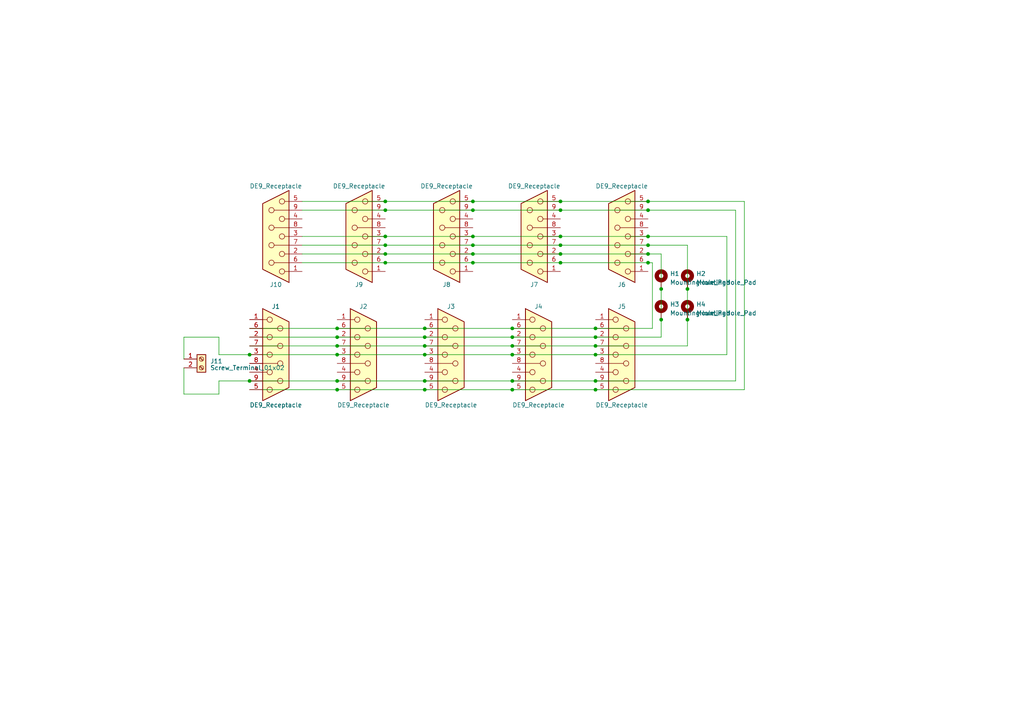
<source format=kicad_sch>
(kicad_sch (version 20230121) (generator eeschema)
  (paper "A4")
  (lib_symbols
    (symbol "Connector:DE9_Receptacle" (pin_names (offset 1.016) hide)
      (property "Reference" "J" (at 0 13.97 0))
      (property "Value" "DE9_Receptacle" (at 0 -14.605 0))
      (symbol "DE9_Receptacle_0_1"
        (circle (center -1.778 -10.16) (radius 0.762))
        (circle (center -1.778 -5.08) (radius 0.762))
        (circle (center -1.778 0) (radius 0.762))
        (circle (center -1.778 5.08) (radius 0.762))
        (circle (center -1.778 10.16) (radius 0.762))
        (polyline (pts (xy -3.81 -10.16) (xy -2.54 -10.16)))
        (polyline (pts (xy -3.81 -7.62) (xy 0.508 -7.62)))
        (polyline (pts (xy -3.81 -5.08) (xy -2.54 -5.08)))
        (polyline (pts (xy -3.81 -2.54) (xy 0.508 -2.54)))
        (polyline (pts (xy -3.81 0) (xy -2.54 0)))
        (polyline (pts (xy -3.81 2.54) (xy 0.508 2.54)))
        (polyline (pts (xy -3.81 5.08) (xy -2.54 5.08)))
        (polyline (pts (xy -3.81 7.62) (xy 0.508 7.62)))
        (polyline (pts (xy -3.81 10.16) (xy -2.54 10.16)))
        (polyline (pts (xy -3.81 13.335) (xy -3.81 -13.335) (xy 3.81 -9.525) (xy 3.81 9.525) (xy -3.81 13.335)) (stroke (width 0.254)) (fill (type background)))
        (circle (center 1.27 -7.62) (radius 0.762))
        (circle (center 1.27 -2.54) (radius 0.762))
        (circle (center 1.27 2.54) (radius 0.762))
        (circle (center 1.27 7.62) (radius 0.762))
      )
      (symbol "DE9_Receptacle_1_1"
        (pin passive line (at -7.62 10.16 0) (length 3.81) (name "1") (number "1"))
        (pin passive line (at -7.62 5.08 0) (length 3.81) (name "2") (number "2"))
        (pin passive line (at -7.62 0 0) (length 3.81) (name "3") (number "3"))
        (pin passive line (at -7.62 -5.08 0) (length 3.81) (name "4") (number "4"))
        (pin passive line (at -7.62 -10.16 0) (length 3.81) (name "5") (number "5"))
        (pin passive line (at -7.62 7.62 0) (length 3.81) (name "6") (number "6"))
        (pin passive line (at -7.62 2.54 0) (length 3.81) (name "7") (number "7"))
        (pin passive line (at -7.62 -2.54 0) (length 3.81) (name "8") (number "8"))
        (pin passive line (at -7.62 -7.62 0) (length 3.81) (name "9") (number "9"))
      )
    )
    (symbol "Connector:Screw_Terminal_01x02" (pin_names (offset 1.016) hide)
      (property "Reference" "J" (at 0 2.54 0))
      (property "Value" "Screw_Terminal_01x02" (at 0 -5.08 0))
      (symbol "Screw_Terminal_01x02_1_1"
        (rectangle (start -1.27 1.27) (end 1.27 -3.81) (stroke (width 0.254)) (fill (type background)))
        (circle (center 0 -2.54) (radius 0.635) (stroke (width 0.1524)))
        (polyline (pts (xy -0.5334 -2.2098) (xy 0.3302 -3.048)) (stroke (width 0.1524)))
        (polyline (pts (xy -0.5334 0.3302) (xy 0.3302 -0.508)) (stroke (width 0.1524)))
        (polyline (pts (xy -0.3556 -2.032) (xy 0.508 -2.8702)) (stroke (width 0.1524)))
        (polyline (pts (xy -0.3556 0.508) (xy 0.508 -0.3302)) (stroke (width 0.1524)))
        (circle (center 0 0) (radius 0.635) (stroke (width 0.1524)))
        (pin passive line (at -5.08 0 0) (length 3.81) (name "Pin_1") (number "1"))
        (pin passive line (at -5.08 -2.54 0) (length 3.81) (name "Pin_2") (number "2"))
      )
    )
    (symbol "Mechanical:MountingHole_Pad" (pin_numbers hide) (pin_names (offset 1.016) hide)
      (property "Reference" "H" (at 0 6.35 0))
      (property "Value" "MountingHole_Pad" (at 0 4.445 0))
      (symbol "MountingHole_Pad_0_1"
        (circle (center 0 1.27) (radius 1.27) (stroke (width 1.27)))
      )
      (symbol "MountingHole_Pad_1_1"
        (pin input line (at 0 -2.54 90) (length 2.54) (name "1") (number "1"))
      )
    )
  )
  (junction (at 97.79 110.49))
  (junction (at 199.39 83.82))
  (junction (at 187.96 73.66))
  (junction (at 97.79 113.03))
  (junction (at 162.56 60.96))
  (junction (at 97.79 102.87))
  (junction (at 172.72 102.87))
  (junction (at 97.79 95.25))
  (junction (at 123.19 97.79))
  (junction (at 148.59 100.33))
  (junction (at 111.76 71.12))
  (junction (at 137.16 58.42))
  (junction (at 172.72 95.25))
  (junction (at 162.56 71.12))
  (junction (at 72.39 102.87))
  (junction (at 148.59 113.03))
  (junction (at 137.16 60.96))
  (junction (at 148.59 110.49))
  (junction (at 187.96 68.58))
  (junction (at 162.56 68.58))
  (junction (at 172.72 100.33))
  (junction (at 162.56 76.2))
  (junction (at 111.76 76.2))
  (junction (at 172.72 97.79))
  (junction (at 123.19 102.87))
  (junction (at 137.16 68.58))
  (junction (at 97.79 100.33))
  (junction (at 172.72 113.03))
  (junction (at 111.76 58.42))
  (junction (at 111.76 73.66))
  (junction (at 148.59 95.25))
  (junction (at 199.39 92.71))
  (junction (at 191.77 83.82))
  (junction (at 148.59 102.87))
  (junction (at 172.72 110.49))
  (junction (at 137.16 73.66))
  (junction (at 72.39 110.49))
  (junction (at 191.77 92.71))
  (junction (at 97.79 97.79))
  (junction (at 187.96 76.2))
  (junction (at 137.16 71.12))
  (junction (at 111.76 68.58))
  (junction (at 123.19 100.33))
  (junction (at 187.96 60.96))
  (junction (at 123.19 113.03))
  (junction (at 123.19 95.25))
  (junction (at 187.96 58.42))
  (junction (at 187.96 71.12))
  (junction (at 123.19 110.49))
  (junction (at 137.16 76.2))
  (junction (at 111.76 60.96))
  (junction (at 162.56 73.66))
  (junction (at 162.56 58.42))
  (junction (at 148.59 97.79))
  (wire (pts (xy 137.16 73.66) (xy 111.76 73.66)))
  (wire (pts (xy 123.19 97.79) (xy 148.59 97.79)))
  (wire (pts (xy 199.39 92.71) (xy 199.39 100.33)))
  (wire (pts (xy 53.34 114.3) (xy 63.5 114.3)))
  (wire (pts (xy 72.39 102.87) (xy 97.79 102.87)))
  (wire (pts (xy 72.39 100.33) (xy 97.79 100.33)))
  (wire (pts (xy 187.96 68.58) (xy 210.82 68.58)))
  (wire (pts (xy 111.76 68.58) (xy 87.63 68.58)))
  (wire (pts (xy 111.76 60.96) (xy 87.63 60.96)))
  (wire (pts (xy 187.96 71.12) (xy 162.56 71.12)))
  (wire (pts (xy 191.77 92.71) (xy 191.77 97.79)))
  (wire (pts (xy 111.76 73.66) (xy 87.63 73.66)))
  (wire (pts (xy 187.96 76.2) (xy 162.56 76.2)))
  (wire (pts (xy 162.56 73.66) (xy 137.16 73.66)))
  (wire (pts (xy 187.96 60.96) (xy 162.56 60.96)))
  (wire (pts (xy 162.56 71.12) (xy 137.16 71.12)))
  (wire (pts (xy 97.79 102.87) (xy 123.19 102.87)))
  (wire (pts (xy 72.39 110.49) (xy 63.5 110.49)))
  (wire (pts (xy 72.39 102.87) (xy 63.5 102.87)))
  (wire (pts (xy 72.39 97.79) (xy 97.79 97.79)))
  (wire (pts (xy 53.34 97.79) (xy 63.5 97.79)))
  (wire (pts (xy 123.19 113.03) (xy 148.59 113.03)))
  (wire (pts (xy 199.39 100.33) (xy 172.72 100.33)))
  (wire (pts (xy 172.72 113.03) (xy 215.9 113.03)))
  (wire (pts (xy 123.19 95.25) (xy 148.59 95.25)))
  (wire (pts (xy 199.39 71.12) (xy 199.39 83.82)))
  (wire (pts (xy 72.39 95.25) (xy 97.79 95.25)))
  (wire (pts (xy 172.72 110.49) (xy 213.36 110.49)))
  (wire (pts (xy 148.59 97.79) (xy 172.72 97.79)))
  (wire (pts (xy 187.96 71.12) (xy 199.39 71.12)))
  (wire (pts (xy 148.59 110.49) (xy 172.72 110.49)))
  (wire (pts (xy 148.59 95.25) (xy 172.72 95.25)))
  (wire (pts (xy 63.5 110.49) (xy 63.5 114.3)))
  (wire (pts (xy 162.56 60.96) (xy 137.16 60.96)))
  (wire (pts (xy 215.9 58.42) (xy 215.9 113.03)))
  (wire (pts (xy 187.96 73.66) (xy 162.56 73.66)))
  (wire (pts (xy 111.76 71.12) (xy 87.63 71.12)))
  (wire (pts (xy 123.19 102.87) (xy 148.59 102.87)))
  (wire (pts (xy 123.19 110.49) (xy 148.59 110.49)))
  (wire (pts (xy 172.72 97.79) (xy 191.77 97.79)))
  (wire (pts (xy 148.59 100.33) (xy 172.72 100.33)))
  (wire (pts (xy 111.76 58.42) (xy 87.63 58.42)))
  (wire (pts (xy 111.76 76.2) (xy 87.63 76.2)))
  (wire (pts (xy 191.77 73.66) (xy 191.77 83.82)))
  (wire (pts (xy 162.56 58.42) (xy 137.16 58.42)))
  (wire (pts (xy 53.34 97.79) (xy 53.34 104.14)))
  (wire (pts (xy 97.79 110.49) (xy 123.19 110.49)))
  (wire (pts (xy 72.39 110.49) (xy 97.79 110.49)))
  (wire (pts (xy 123.19 100.33) (xy 148.59 100.33)))
  (wire (pts (xy 187.96 58.42) (xy 215.9 58.42)))
  (wire (pts (xy 148.59 102.87) (xy 172.72 102.87)))
  (wire (pts (xy 213.36 60.96) (xy 213.36 110.49)))
  (wire (pts (xy 97.79 97.79) (xy 123.19 97.79)))
  (wire (pts (xy 72.39 113.03) (xy 97.79 113.03)))
  (wire (pts (xy 63.5 102.87) (xy 63.5 97.79)))
  (wire (pts (xy 191.77 83.82) (xy 191.77 92.71)))
  (wire (pts (xy 137.16 58.42) (xy 111.76 58.42)))
  (wire (pts (xy 53.34 114.3) (xy 53.34 106.68)))
  (wire (pts (xy 172.72 95.25) (xy 189.23 95.25)))
  (wire (pts (xy 162.56 68.58) (xy 137.16 68.58)))
  (wire (pts (xy 210.82 68.58) (xy 210.82 102.87)))
  (wire (pts (xy 137.16 68.58) (xy 111.76 68.58)))
  (wire (pts (xy 210.82 102.87) (xy 172.72 102.87)))
  (wire (pts (xy 199.39 83.82) (xy 199.39 92.71)))
  (wire (pts (xy 187.96 73.66) (xy 191.77 73.66)))
  (wire (pts (xy 189.23 76.2) (xy 189.23 95.25)))
  (wire (pts (xy 187.96 58.42) (xy 162.56 58.42)))
  (wire (pts (xy 137.16 60.96) (xy 111.76 60.96)))
  (wire (pts (xy 148.59 113.03) (xy 172.72 113.03)))
  (wire (pts (xy 187.96 60.96) (xy 213.36 60.96)))
  (wire (pts (xy 97.79 95.25) (xy 123.19 95.25)))
  (wire (pts (xy 97.79 100.33) (xy 123.19 100.33)))
  (wire (pts (xy 97.79 113.03) (xy 123.19 113.03)))
  (wire (pts (xy 187.96 68.58) (xy 162.56 68.58)))
  (wire (pts (xy 137.16 71.12) (xy 111.76 71.12)))
  (wire (pts (xy 187.96 76.2) (xy 189.23 76.2)))
  (wire (pts (xy 162.56 76.2) (xy 137.16 76.2)))
  (wire (pts (xy 137.16 76.2) (xy 111.76 76.2)))
  (symbol (lib_id "Connector:DE9_Receptacle") (at 156.21 102.87 0) (unit 1)
    (property "Reference" "J4" (at 156.21 88.9 0))
    (property "Value" "DE9_Receptacle" (at 156.21 117.475 0))
    (property "Footprint" "Library:DSUB-9_Female_Vertical_P2.77x2.84mm_MountingHoles Custom Pads 2" (effects hide))
    (property "Datasheet" " ~" (effects hide))
  )
  (symbol (lib_id "Connector:DE9_Receptacle") (at 154.94 68.58 180) (unit 1)
    (property "Reference" "J7" (at 154.94 82.55 0))
    (property "Value" "DE9_Receptacle" (at 154.94 53.975 0))
    (property "Footprint" "Library:DSUB-9_Female_Vertical_P2.77x2.84mm_MountingHoles Custom Pads 2" (effects hide))
    (property "Datasheet" " ~" (effects hide))
  )
  (symbol (lib_id "Connector:Screw_Terminal_01x02") (at 58.42 104.14 0) (unit 1)
    (property "Reference" "J11" (at 60.96 104.775 0) (effects (justify left)))
    (property "Value" "Screw_Terminal_01x02" (at 60.96 106.68 0) (effects (justify left)))
    (property "Footprint" "TerminalBlock:TerminalBlock_bornier-2_P5.08mm" (effects hide))
  )
  (symbol (lib_id "Connector:DE9_Receptacle") (at 105.41 102.87 0) (unit 1)
    (property "Reference" "J2" (at 105.41 88.9 0))
    (property "Value" "DE9_Receptacle" (at 105.41 117.475 0))
    (property "Footprint" "Library:DSUB-9_Female_Vertical_P2.77x2.84mm_MountingHoles Custom Pads 2" (effects hide))
    (property "Datasheet" " ~" (effects hide))
  )
  (symbol (lib_id "Connector:DE9_Receptacle") (at 129.54 68.58 180) (unit 1)
    (property "Reference" "J8" (at 129.54 82.55 0))
    (property "Value" "DE9_Receptacle" (at 129.54 53.975 0))
    (property "Footprint" "Library:DSUB-9_Female_Vertical_P2.77x2.84mm_MountingHoles Custom Pads 2" (effects hide))
    (property "Datasheet" " ~" (effects hide))
  )
  (symbol (lib_id "Connector:DE9_Receptacle") (at 80.01 102.87 0) (unit 1)
    (property "Reference" "J1" (at 80.01 88.9 0))
    (property "Value" "DE9_Receptacle" (at 80.01 117.475 0))
    (property "Footprint" "Library:DSUB-9_Female_Vertical_P2.77x2.84mm_MountingHoles Custom Pads 2" (effects hide))
    (property "Datasheet" " ~" (effects hide))
  )
  (symbol (lib_id "Connector:DE9_Receptacle") (at 80.01 68.58 180) (unit 1)
    (property "Reference" "J10" (at 80.01 82.55 0))
    (property "Value" "DE9_Receptacle" (at 80.01 53.975 0))
    (property "Footprint" "Library:DSUB-9_Female_Vertical_P2.77x2.84mm_MountingHoles Custom Pads 2" (effects hide))
    (property "Datasheet" " ~" (effects hide))
  )
  (symbol (lib_id "Mechanical:MountingHole_Pad") (at 199.39 81.28 0) (unit 1)
    (property "Reference" "H2" (at 201.93 79.375 0) (effects (justify left)))
    (property "Value" "MountingHole_Pad" (at 201.93 81.915 0) (effects (justify left)))
    (property "Footprint" "MountingHole:MountingHole_2.2mm_M2_DIN965_Pad" (effects hide))
  )
  (symbol (lib_id "Mechanical:MountingHole_Pad") (at 191.77 81.28 0) (unit 1)
    (property "Reference" "H1" (at 194.31 79.375 0) (effects (justify left)))
    (property "Value" "MountingHole_Pad" (at 194.31 81.915 0) (effects (justify left)))
    (property "Footprint" "MountingHole:MountingHole_2.2mm_M2_DIN965_Pad" (effects hide))
  )
  (symbol (lib_id "Connector:DE9_Receptacle") (at 180.34 68.58 180) (unit 1)
    (property "Reference" "J6" (at 180.34 82.55 0))
    (property "Value" "DE9_Receptacle" (at 180.34 53.975 0))
    (property "Footprint" "Library:DSUB-9_Female_Vertical_P2.77x2.84mm_MountingHoles Custom Pads 2" (effects hide))
    (property "Datasheet" " ~" (effects hide))
  )
  (symbol (lib_id "Mechanical:MountingHole_Pad") (at 199.39 90.17 0) (unit 1)
    (property "Reference" "H4" (at 201.93 88.265 0) (effects (justify left)))
    (property "Value" "MountingHole_Pad" (at 201.93 90.805 0) (effects (justify left)))
    (property "Footprint" "MountingHole:MountingHole_2.2mm_M2_DIN965_Pad" (effects hide))
  )
  (symbol (lib_id "Connector:DE9_Receptacle") (at 130.81 102.87 0) (unit 1)
    (property "Reference" "J3" (at 130.81 88.9 0))
    (property "Value" "DE9_Receptacle" (at 130.81 117.475 0))
    (property "Footprint" "Library:DSUB-9_Female_Vertical_P2.77x2.84mm_MountingHoles Custom Pads 2" (effects hide))
    (property "Datasheet" " ~" (effects hide))
  )
  (symbol (lib_id "Mechanical:MountingHole_Pad") (at 191.77 90.17 0) (unit 1)
    (property "Reference" "H3" (at 194.31 88.265 0) (effects (justify left)))
    (property "Value" "MountingHole_Pad" (at 194.31 90.805 0) (effects (justify left)))
    (property "Footprint" "MountingHole:MountingHole_2.2mm_M2_DIN965_Pad" (effects hide))
  )
  (symbol (lib_id "Connector:DE9_Receptacle") (at 104.14 68.58 180) (unit 1)
    (property "Reference" "J9" (at 104.14 82.55 0))
    (property "Value" "DE9_Receptacle" (at 104.14 53.975 0))
    (property "Footprint" "Library:DSUB-9_Female_Vertical_P2.77x2.84mm_MountingHoles Custom Pads 2" (effects hide))
    (property "Datasheet" " ~" (effects hide))
  )
  (symbol (lib_id "Connector:DE9_Receptacle") (at 180.34 102.87 0) (unit 1)
    (property "Reference" "J5" (at 180.34 88.9 0))
    (property "Value" "DE9_Receptacle" (at 180.34 117.475 0))
    (property "Footprint" "Library:DSUB-9_Female_Vertical_P2.77x2.84mm_MountingHoles Custom Pads 2" (effects hide))
    (property "Datasheet" " ~" (effects hide))
  )
)
</source>
